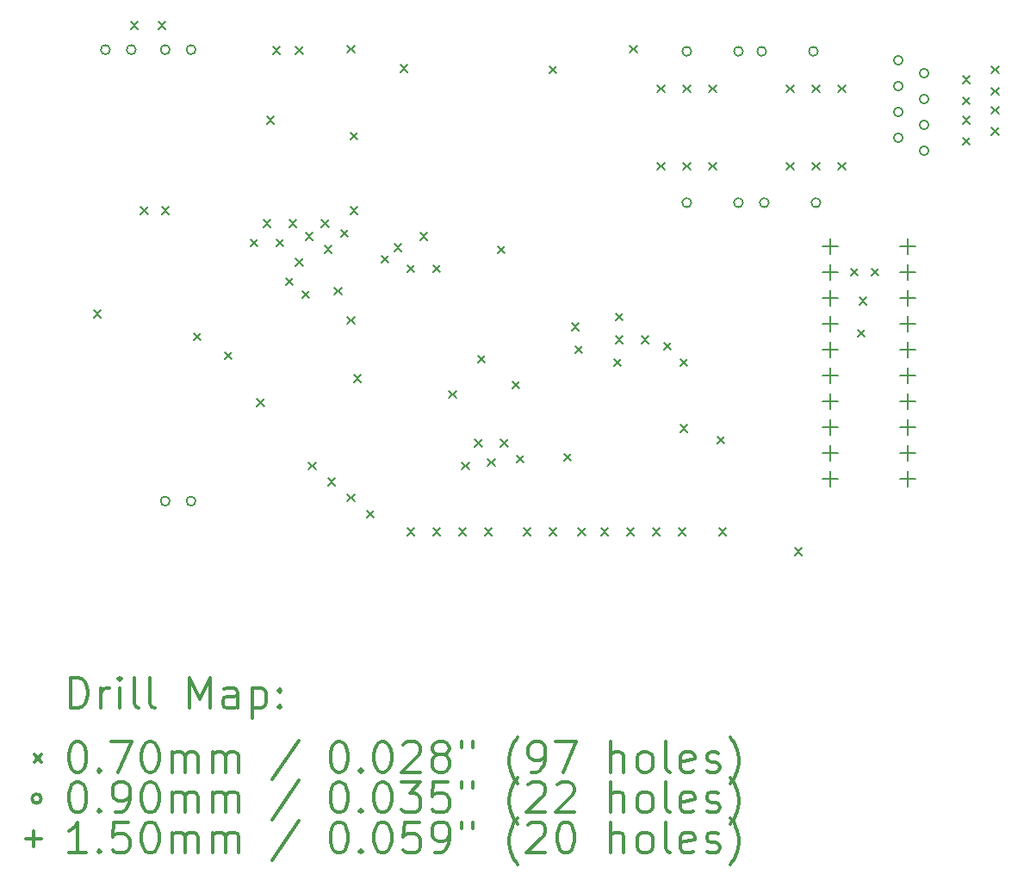
<source format=gbr>
%FSLAX45Y45*%
G04 Gerber Fmt 4.5, Leading zero omitted, Abs format (unit mm)*
G04 Created by KiCad (PCBNEW 5.1.8-4.fc33) date 2021-01-03 23:47:01*
%MOMM*%
%LPD*%
G01*
G04 APERTURE LIST*
%ADD10C,0.200000*%
%ADD11C,0.300000*%
G04 APERTURE END LIST*
D10*
X10457360Y-10265050D02*
X10527360Y-10335050D01*
X10527360Y-10265050D02*
X10457360Y-10335050D01*
X10821800Y-7429790D02*
X10891800Y-7499790D01*
X10891800Y-7429790D02*
X10821800Y-7499790D01*
X10917740Y-9249060D02*
X10987740Y-9319060D01*
X10987740Y-9249060D02*
X10917740Y-9319060D01*
X11093040Y-7429790D02*
X11163040Y-7499790D01*
X11163040Y-7429790D02*
X11093040Y-7499790D01*
X11124110Y-9249060D02*
X11194110Y-9319060D01*
X11194110Y-9249060D02*
X11124110Y-9319060D01*
X11441610Y-10487320D02*
X11511610Y-10557320D01*
X11511610Y-10487320D02*
X11441610Y-10557320D01*
X11743240Y-10677800D02*
X11813240Y-10747800D01*
X11813240Y-10677800D02*
X11743240Y-10747800D01*
X11997240Y-9566560D02*
X12067240Y-9636560D01*
X12067240Y-9566560D02*
X11997240Y-9636560D01*
X12060740Y-11138180D02*
X12130740Y-11208180D01*
X12130740Y-11138180D02*
X12060740Y-11208180D01*
X12124230Y-9376060D02*
X12194230Y-9446060D01*
X12194230Y-9376060D02*
X12124230Y-9446060D01*
X12155990Y-8360060D02*
X12225990Y-8430060D01*
X12225990Y-8360060D02*
X12155990Y-8430060D01*
X12219490Y-7674260D02*
X12289490Y-7744260D01*
X12289490Y-7674260D02*
X12219490Y-7744260D01*
X12251240Y-9566560D02*
X12321240Y-9636560D01*
X12321240Y-9566560D02*
X12251240Y-9636560D01*
X12346490Y-9947560D02*
X12416490Y-10017560D01*
X12416490Y-9947560D02*
X12346490Y-10017560D01*
X12378240Y-9376060D02*
X12448240Y-9446060D01*
X12448240Y-9376060D02*
X12378240Y-9446060D01*
X12441740Y-7674260D02*
X12511740Y-7744260D01*
X12511740Y-7674260D02*
X12441740Y-7744260D01*
X12441740Y-9757060D02*
X12511740Y-9827060D01*
X12511740Y-9757060D02*
X12441740Y-9827060D01*
X12505240Y-10074560D02*
X12575240Y-10144560D01*
X12575240Y-10074560D02*
X12505240Y-10144560D01*
X12536990Y-9503060D02*
X12606990Y-9573060D01*
X12606990Y-9503060D02*
X12536990Y-9573060D01*
X12568740Y-11757310D02*
X12638740Y-11827310D01*
X12638740Y-11757310D02*
X12568740Y-11827310D01*
X12695740Y-9376060D02*
X12765740Y-9446060D01*
X12765740Y-9376060D02*
X12695740Y-9446060D01*
X12727480Y-9630060D02*
X12797480Y-9700060D01*
X12797480Y-9630060D02*
X12727480Y-9700060D01*
X12759240Y-11916060D02*
X12829240Y-11986060D01*
X12829240Y-11916060D02*
X12759240Y-11986060D01*
X12822740Y-10042810D02*
X12892740Y-10112810D01*
X12892740Y-10042810D02*
X12822740Y-10112810D01*
X12886240Y-9471310D02*
X12956240Y-9541310D01*
X12956240Y-9471310D02*
X12886240Y-9541310D01*
X12949740Y-7664730D02*
X13019740Y-7734730D01*
X13019740Y-7664730D02*
X12949740Y-7734730D01*
X12949740Y-10328560D02*
X13019740Y-10398560D01*
X13019740Y-10328560D02*
X12949740Y-10398560D01*
X12949740Y-12074810D02*
X13019740Y-12144810D01*
X13019740Y-12074810D02*
X12949740Y-12144810D01*
X12981490Y-8518810D02*
X13051490Y-8588810D01*
X13051490Y-8518810D02*
X12981490Y-8588810D01*
X12981490Y-9249060D02*
X13051490Y-9319060D01*
X13051490Y-9249060D02*
X12981490Y-9319060D01*
X13013240Y-10900060D02*
X13083240Y-10970060D01*
X13083240Y-10900060D02*
X13013240Y-10970060D01*
X13140240Y-12233560D02*
X13210240Y-12303560D01*
X13210240Y-12233560D02*
X13140240Y-12303560D01*
X13283110Y-9725310D02*
X13353110Y-9795310D01*
X13353110Y-9725310D02*
X13283110Y-9795310D01*
X13410110Y-9614180D02*
X13480110Y-9684180D01*
X13480110Y-9614180D02*
X13410110Y-9684180D01*
X13473610Y-7852060D02*
X13543610Y-7922060D01*
X13543610Y-7852060D02*
X13473610Y-7922060D01*
X13537110Y-9820560D02*
X13607110Y-9890560D01*
X13607110Y-9820560D02*
X13537110Y-9890560D01*
X13537110Y-12408190D02*
X13607110Y-12478190D01*
X13607110Y-12408190D02*
X13537110Y-12478190D01*
X13664110Y-9503060D02*
X13734110Y-9573060D01*
X13734110Y-9503060D02*
X13664110Y-9573060D01*
X13791110Y-9820560D02*
X13861110Y-9890560D01*
X13861110Y-9820560D02*
X13791110Y-9890560D01*
X13791110Y-12408190D02*
X13861110Y-12478190D01*
X13861110Y-12408190D02*
X13791110Y-12478190D01*
X13949860Y-11058810D02*
X14019860Y-11128810D01*
X14019860Y-11058810D02*
X13949860Y-11128810D01*
X14045110Y-12408190D02*
X14115110Y-12478190D01*
X14115110Y-12408190D02*
X14045110Y-12478190D01*
X14076860Y-11757310D02*
X14146860Y-11827310D01*
X14146860Y-11757310D02*
X14076860Y-11827310D01*
X14203860Y-11535060D02*
X14273860Y-11605060D01*
X14273860Y-11535060D02*
X14203860Y-11605060D01*
X14235610Y-10709550D02*
X14305610Y-10779550D01*
X14305610Y-10709550D02*
X14235610Y-10779550D01*
X14299110Y-12408190D02*
X14369110Y-12478190D01*
X14369110Y-12408190D02*
X14299110Y-12478190D01*
X14330860Y-11725560D02*
X14400860Y-11795560D01*
X14400860Y-11725560D02*
X14330860Y-11795560D01*
X14426110Y-9636400D02*
X14496110Y-9706400D01*
X14496110Y-9636400D02*
X14426110Y-9706400D01*
X14457860Y-11535060D02*
X14527860Y-11605060D01*
X14527860Y-11535060D02*
X14457860Y-11605060D01*
X14568990Y-10963570D02*
X14638990Y-11033570D01*
X14638990Y-10963570D02*
X14568990Y-11033570D01*
X14616610Y-11693810D02*
X14686610Y-11763810D01*
X14686610Y-11693810D02*
X14616610Y-11763810D01*
X14680110Y-12408190D02*
X14750110Y-12478190D01*
X14750110Y-12408190D02*
X14680110Y-12478190D01*
X14934100Y-12408190D02*
X15004100Y-12478190D01*
X15004100Y-12408190D02*
X14934100Y-12478190D01*
X14934110Y-7864760D02*
X15004110Y-7934760D01*
X15004110Y-7864760D02*
X14934110Y-7934760D01*
X15076990Y-11674760D02*
X15146990Y-11744760D01*
X15146990Y-11674760D02*
X15076990Y-11744760D01*
X15156360Y-10392060D02*
X15226360Y-10462060D01*
X15226360Y-10392060D02*
X15156360Y-10462060D01*
X15188120Y-10614310D02*
X15258120Y-10684310D01*
X15258120Y-10614310D02*
X15188120Y-10684310D01*
X15219860Y-12408190D02*
X15289860Y-12478190D01*
X15289860Y-12408190D02*
X15219860Y-12478190D01*
X15442120Y-12408190D02*
X15512120Y-12478190D01*
X15512120Y-12408190D02*
X15442120Y-12478190D01*
X15569120Y-10741310D02*
X15639120Y-10811310D01*
X15639120Y-10741310D02*
X15569120Y-10811310D01*
X15584990Y-10296810D02*
X15654990Y-10366810D01*
X15654990Y-10296810D02*
X15584990Y-10366810D01*
X15584990Y-10519060D02*
X15654990Y-10589060D01*
X15654990Y-10519060D02*
X15584990Y-10589060D01*
X15696120Y-12408180D02*
X15766120Y-12478180D01*
X15766120Y-12408180D02*
X15696120Y-12478180D01*
X15727860Y-7664730D02*
X15797860Y-7734730D01*
X15797860Y-7664730D02*
X15727860Y-7734730D01*
X15838990Y-10519060D02*
X15908990Y-10589060D01*
X15908990Y-10519060D02*
X15838990Y-10589060D01*
X15950120Y-12408180D02*
X16020120Y-12478180D01*
X16020120Y-12408180D02*
X15950120Y-12478180D01*
X16061240Y-10582560D02*
X16131240Y-10652560D01*
X16131240Y-10582560D02*
X16061240Y-10652560D01*
X16204120Y-12408180D02*
X16274120Y-12478180D01*
X16274120Y-12408180D02*
X16204120Y-12478180D01*
X16219990Y-10741310D02*
X16289990Y-10811310D01*
X16289990Y-10741310D02*
X16219990Y-10811310D01*
X16219990Y-11392180D02*
X16289990Y-11462180D01*
X16289990Y-11392180D02*
X16219990Y-11462180D01*
X16585110Y-11503310D02*
X16655110Y-11573310D01*
X16655110Y-11503310D02*
X16585110Y-11573310D01*
X16600980Y-12408180D02*
X16670980Y-12478180D01*
X16670980Y-12408180D02*
X16600980Y-12478180D01*
X17347110Y-12601860D02*
X17417110Y-12671860D01*
X17417110Y-12601860D02*
X17347110Y-12671860D01*
X17899560Y-9852310D02*
X17969560Y-9922310D01*
X17969560Y-9852310D02*
X17899560Y-9922310D01*
X17966240Y-10455560D02*
X18036240Y-10525560D01*
X18036240Y-10455560D02*
X17966240Y-10525560D01*
X17982110Y-10138060D02*
X18052110Y-10208060D01*
X18052110Y-10138060D02*
X17982110Y-10208060D01*
X18102760Y-9852310D02*
X18172760Y-9922310D01*
X18172760Y-9852310D02*
X18102760Y-9922310D01*
X18998110Y-7963190D02*
X19068110Y-8033190D01*
X19068110Y-7963190D02*
X18998110Y-8033190D01*
X18998110Y-8169560D02*
X19068110Y-8239560D01*
X19068110Y-8169560D02*
X18998110Y-8239560D01*
X18998110Y-8360060D02*
X19068110Y-8430060D01*
X19068110Y-8360060D02*
X18998110Y-8430060D01*
X18998110Y-8566440D02*
X19068110Y-8636440D01*
X19068110Y-8566440D02*
X18998110Y-8636440D01*
X19283860Y-7867940D02*
X19353860Y-7937940D01*
X19353860Y-7867940D02*
X19283860Y-7937940D01*
X19283860Y-8074310D02*
X19353860Y-8144310D01*
X19353860Y-8074310D02*
X19283860Y-8144310D01*
X19283860Y-8264810D02*
X19353860Y-8334810D01*
X19353860Y-8264810D02*
X19283860Y-8334810D01*
X19283860Y-8471190D02*
X19353860Y-8541190D01*
X19353860Y-8471190D02*
X19283860Y-8541190D01*
X15997730Y-8048910D02*
X16067730Y-8118910D01*
X16067730Y-8048910D02*
X15997730Y-8118910D01*
X15997730Y-8810910D02*
X16067730Y-8880910D01*
X16067730Y-8810910D02*
X15997730Y-8880910D01*
X16251730Y-8048910D02*
X16321730Y-8118910D01*
X16321730Y-8048910D02*
X16251730Y-8118910D01*
X16251730Y-8810910D02*
X16321730Y-8880910D01*
X16321730Y-8810910D02*
X16251730Y-8880910D01*
X16505730Y-8048910D02*
X16575730Y-8118910D01*
X16575730Y-8048910D02*
X16505730Y-8118910D01*
X16505730Y-8810910D02*
X16575730Y-8880910D01*
X16575730Y-8810910D02*
X16505730Y-8880910D01*
X17267730Y-8048910D02*
X17337730Y-8118910D01*
X17337730Y-8048910D02*
X17267730Y-8118910D01*
X17267730Y-8810910D02*
X17337730Y-8880910D01*
X17337730Y-8810910D02*
X17267730Y-8880910D01*
X17521730Y-8048910D02*
X17591730Y-8118910D01*
X17591730Y-8048910D02*
X17521730Y-8118910D01*
X17521730Y-8810910D02*
X17591730Y-8880910D01*
X17591730Y-8810910D02*
X17521730Y-8880910D01*
X17775730Y-8048910D02*
X17845730Y-8118910D01*
X17845730Y-8048910D02*
X17775730Y-8118910D01*
X17775730Y-8810910D02*
X17845730Y-8880910D01*
X17845730Y-8810910D02*
X17775730Y-8880910D01*
X10616750Y-7702920D02*
G75*
G03*
X10616750Y-7702920I-45000J0D01*
G01*
X10870750Y-7702920D02*
G75*
G03*
X10870750Y-7702920I-45000J0D01*
G01*
X18411350Y-7807690D02*
G75*
G03*
X18411350Y-7807690I-45000J0D01*
G01*
X18411350Y-8061690D02*
G75*
G03*
X18411350Y-8061690I-45000J0D01*
G01*
X18411350Y-8315690D02*
G75*
G03*
X18411350Y-8315690I-45000J0D01*
G01*
X18411350Y-8569690D02*
G75*
G03*
X18411350Y-8569690I-45000J0D01*
G01*
X18665350Y-7934690D02*
G75*
G03*
X18665350Y-7934690I-45000J0D01*
G01*
X18665350Y-8188690D02*
G75*
G03*
X18665350Y-8188690I-45000J0D01*
G01*
X18665350Y-8442690D02*
G75*
G03*
X18665350Y-8442690I-45000J0D01*
G01*
X18665350Y-8696690D02*
G75*
G03*
X18665350Y-8696690I-45000J0D01*
G01*
X11204110Y-12141560D02*
G75*
G03*
X11204110Y-12141560I-45000J0D01*
G01*
X11458110Y-12141560D02*
G75*
G03*
X11458110Y-12141560I-45000J0D01*
G01*
X16331740Y-7718780D02*
G75*
G03*
X16331740Y-7718780I-45000J0D01*
G01*
X16839740Y-7718780D02*
G75*
G03*
X16839740Y-7718780I-45000J0D01*
G01*
X17093730Y-9207860D02*
G75*
G03*
X17093730Y-9207860I-45000J0D01*
G01*
X17601730Y-9207860D02*
G75*
G03*
X17601730Y-9207860I-45000J0D01*
G01*
X11204110Y-7702910D02*
G75*
G03*
X11204110Y-7702910I-45000J0D01*
G01*
X11458110Y-7702910D02*
G75*
G03*
X11458110Y-7702910I-45000J0D01*
G01*
X16331740Y-9207860D02*
G75*
G03*
X16331740Y-9207860I-45000J0D01*
G01*
X16839740Y-9207860D02*
G75*
G03*
X16839740Y-9207860I-45000J0D01*
G01*
X17068350Y-7718780D02*
G75*
G03*
X17068350Y-7718780I-45000J0D01*
G01*
X17576350Y-7718780D02*
G75*
G03*
X17576350Y-7718780I-45000J0D01*
G01*
X17699610Y-9558310D02*
X17699610Y-9708310D01*
X17624610Y-9633310D02*
X17774610Y-9633310D01*
X17699610Y-9812310D02*
X17699610Y-9962310D01*
X17624610Y-9887310D02*
X17774610Y-9887310D01*
X17699610Y-10066310D02*
X17699610Y-10216310D01*
X17624610Y-10141310D02*
X17774610Y-10141310D01*
X17699610Y-10320310D02*
X17699610Y-10470310D01*
X17624610Y-10395310D02*
X17774610Y-10395310D01*
X17699610Y-10574310D02*
X17699610Y-10724310D01*
X17624610Y-10649310D02*
X17774610Y-10649310D01*
X17699610Y-10828310D02*
X17699610Y-10978310D01*
X17624610Y-10903310D02*
X17774610Y-10903310D01*
X17699610Y-11082310D02*
X17699610Y-11232310D01*
X17624610Y-11157310D02*
X17774610Y-11157310D01*
X17699610Y-11336310D02*
X17699610Y-11486310D01*
X17624610Y-11411310D02*
X17774610Y-11411310D01*
X17699610Y-11590310D02*
X17699610Y-11740310D01*
X17624610Y-11665310D02*
X17774610Y-11665310D01*
X17699610Y-11844310D02*
X17699610Y-11994310D01*
X17624610Y-11919310D02*
X17774610Y-11919310D01*
X18461610Y-9558310D02*
X18461610Y-9708310D01*
X18386610Y-9633310D02*
X18536610Y-9633310D01*
X18461610Y-9812310D02*
X18461610Y-9962310D01*
X18386610Y-9887310D02*
X18536610Y-9887310D01*
X18461610Y-10066310D02*
X18461610Y-10216310D01*
X18386610Y-10141310D02*
X18536610Y-10141310D01*
X18461610Y-10320310D02*
X18461610Y-10470310D01*
X18386610Y-10395310D02*
X18536610Y-10395310D01*
X18461610Y-10574310D02*
X18461610Y-10724310D01*
X18386610Y-10649310D02*
X18536610Y-10649310D01*
X18461610Y-10828310D02*
X18461610Y-10978310D01*
X18386610Y-10903310D02*
X18536610Y-10903310D01*
X18461610Y-11082310D02*
X18461610Y-11232310D01*
X18386610Y-11157310D02*
X18536610Y-11157310D01*
X18461610Y-11336310D02*
X18461610Y-11486310D01*
X18386610Y-11411310D02*
X18536610Y-11411310D01*
X18461610Y-11590310D02*
X18461610Y-11740310D01*
X18386610Y-11665310D02*
X18536610Y-11665310D01*
X18461610Y-11844310D02*
X18461610Y-11994310D01*
X18386610Y-11919310D02*
X18536610Y-11919310D01*
D11*
X10226378Y-14176234D02*
X10226378Y-13876234D01*
X10297807Y-13876234D01*
X10340664Y-13890520D01*
X10369236Y-13919091D01*
X10383521Y-13947663D01*
X10397807Y-14004806D01*
X10397807Y-14047663D01*
X10383521Y-14104806D01*
X10369236Y-14133377D01*
X10340664Y-14161949D01*
X10297807Y-14176234D01*
X10226378Y-14176234D01*
X10526378Y-14176234D02*
X10526378Y-13976234D01*
X10526378Y-14033377D02*
X10540664Y-14004806D01*
X10554950Y-13990520D01*
X10583521Y-13976234D01*
X10612093Y-13976234D01*
X10712093Y-14176234D02*
X10712093Y-13976234D01*
X10712093Y-13876234D02*
X10697807Y-13890520D01*
X10712093Y-13904806D01*
X10726378Y-13890520D01*
X10712093Y-13876234D01*
X10712093Y-13904806D01*
X10897807Y-14176234D02*
X10869236Y-14161949D01*
X10854950Y-14133377D01*
X10854950Y-13876234D01*
X11054950Y-14176234D02*
X11026378Y-14161949D01*
X11012093Y-14133377D01*
X11012093Y-13876234D01*
X11397807Y-14176234D02*
X11397807Y-13876234D01*
X11497807Y-14090520D01*
X11597807Y-13876234D01*
X11597807Y-14176234D01*
X11869236Y-14176234D02*
X11869236Y-14019091D01*
X11854950Y-13990520D01*
X11826378Y-13976234D01*
X11769236Y-13976234D01*
X11740664Y-13990520D01*
X11869236Y-14161949D02*
X11840664Y-14176234D01*
X11769236Y-14176234D01*
X11740664Y-14161949D01*
X11726378Y-14133377D01*
X11726378Y-14104806D01*
X11740664Y-14076234D01*
X11769236Y-14061949D01*
X11840664Y-14061949D01*
X11869236Y-14047663D01*
X12012093Y-13976234D02*
X12012093Y-14276234D01*
X12012093Y-13990520D02*
X12040664Y-13976234D01*
X12097807Y-13976234D01*
X12126378Y-13990520D01*
X12140664Y-14004806D01*
X12154950Y-14033377D01*
X12154950Y-14119091D01*
X12140664Y-14147663D01*
X12126378Y-14161949D01*
X12097807Y-14176234D01*
X12040664Y-14176234D01*
X12012093Y-14161949D01*
X12283521Y-14147663D02*
X12297807Y-14161949D01*
X12283521Y-14176234D01*
X12269236Y-14161949D01*
X12283521Y-14147663D01*
X12283521Y-14176234D01*
X12283521Y-13990520D02*
X12297807Y-14004806D01*
X12283521Y-14019091D01*
X12269236Y-14004806D01*
X12283521Y-13990520D01*
X12283521Y-14019091D01*
X9869950Y-14635520D02*
X9939950Y-14705520D01*
X9939950Y-14635520D02*
X9869950Y-14705520D01*
X10283521Y-14506234D02*
X10312093Y-14506234D01*
X10340664Y-14520520D01*
X10354950Y-14534806D01*
X10369236Y-14563377D01*
X10383521Y-14620520D01*
X10383521Y-14691949D01*
X10369236Y-14749091D01*
X10354950Y-14777663D01*
X10340664Y-14791949D01*
X10312093Y-14806234D01*
X10283521Y-14806234D01*
X10254950Y-14791949D01*
X10240664Y-14777663D01*
X10226378Y-14749091D01*
X10212093Y-14691949D01*
X10212093Y-14620520D01*
X10226378Y-14563377D01*
X10240664Y-14534806D01*
X10254950Y-14520520D01*
X10283521Y-14506234D01*
X10512093Y-14777663D02*
X10526378Y-14791949D01*
X10512093Y-14806234D01*
X10497807Y-14791949D01*
X10512093Y-14777663D01*
X10512093Y-14806234D01*
X10626378Y-14506234D02*
X10826378Y-14506234D01*
X10697807Y-14806234D01*
X10997807Y-14506234D02*
X11026378Y-14506234D01*
X11054950Y-14520520D01*
X11069236Y-14534806D01*
X11083521Y-14563377D01*
X11097807Y-14620520D01*
X11097807Y-14691949D01*
X11083521Y-14749091D01*
X11069236Y-14777663D01*
X11054950Y-14791949D01*
X11026378Y-14806234D01*
X10997807Y-14806234D01*
X10969236Y-14791949D01*
X10954950Y-14777663D01*
X10940664Y-14749091D01*
X10926378Y-14691949D01*
X10926378Y-14620520D01*
X10940664Y-14563377D01*
X10954950Y-14534806D01*
X10969236Y-14520520D01*
X10997807Y-14506234D01*
X11226378Y-14806234D02*
X11226378Y-14606234D01*
X11226378Y-14634806D02*
X11240664Y-14620520D01*
X11269236Y-14606234D01*
X11312093Y-14606234D01*
X11340664Y-14620520D01*
X11354950Y-14649091D01*
X11354950Y-14806234D01*
X11354950Y-14649091D02*
X11369236Y-14620520D01*
X11397807Y-14606234D01*
X11440664Y-14606234D01*
X11469236Y-14620520D01*
X11483521Y-14649091D01*
X11483521Y-14806234D01*
X11626378Y-14806234D02*
X11626378Y-14606234D01*
X11626378Y-14634806D02*
X11640664Y-14620520D01*
X11669236Y-14606234D01*
X11712093Y-14606234D01*
X11740664Y-14620520D01*
X11754950Y-14649091D01*
X11754950Y-14806234D01*
X11754950Y-14649091D02*
X11769236Y-14620520D01*
X11797807Y-14606234D01*
X11840664Y-14606234D01*
X11869236Y-14620520D01*
X11883521Y-14649091D01*
X11883521Y-14806234D01*
X12469236Y-14491949D02*
X12212093Y-14877663D01*
X12854950Y-14506234D02*
X12883521Y-14506234D01*
X12912093Y-14520520D01*
X12926378Y-14534806D01*
X12940664Y-14563377D01*
X12954950Y-14620520D01*
X12954950Y-14691949D01*
X12940664Y-14749091D01*
X12926378Y-14777663D01*
X12912093Y-14791949D01*
X12883521Y-14806234D01*
X12854950Y-14806234D01*
X12826378Y-14791949D01*
X12812093Y-14777663D01*
X12797807Y-14749091D01*
X12783521Y-14691949D01*
X12783521Y-14620520D01*
X12797807Y-14563377D01*
X12812093Y-14534806D01*
X12826378Y-14520520D01*
X12854950Y-14506234D01*
X13083521Y-14777663D02*
X13097807Y-14791949D01*
X13083521Y-14806234D01*
X13069236Y-14791949D01*
X13083521Y-14777663D01*
X13083521Y-14806234D01*
X13283521Y-14506234D02*
X13312093Y-14506234D01*
X13340664Y-14520520D01*
X13354950Y-14534806D01*
X13369236Y-14563377D01*
X13383521Y-14620520D01*
X13383521Y-14691949D01*
X13369236Y-14749091D01*
X13354950Y-14777663D01*
X13340664Y-14791949D01*
X13312093Y-14806234D01*
X13283521Y-14806234D01*
X13254950Y-14791949D01*
X13240664Y-14777663D01*
X13226378Y-14749091D01*
X13212093Y-14691949D01*
X13212093Y-14620520D01*
X13226378Y-14563377D01*
X13240664Y-14534806D01*
X13254950Y-14520520D01*
X13283521Y-14506234D01*
X13497807Y-14534806D02*
X13512093Y-14520520D01*
X13540664Y-14506234D01*
X13612093Y-14506234D01*
X13640664Y-14520520D01*
X13654950Y-14534806D01*
X13669236Y-14563377D01*
X13669236Y-14591949D01*
X13654950Y-14634806D01*
X13483521Y-14806234D01*
X13669236Y-14806234D01*
X13840664Y-14634806D02*
X13812093Y-14620520D01*
X13797807Y-14606234D01*
X13783521Y-14577663D01*
X13783521Y-14563377D01*
X13797807Y-14534806D01*
X13812093Y-14520520D01*
X13840664Y-14506234D01*
X13897807Y-14506234D01*
X13926378Y-14520520D01*
X13940664Y-14534806D01*
X13954950Y-14563377D01*
X13954950Y-14577663D01*
X13940664Y-14606234D01*
X13926378Y-14620520D01*
X13897807Y-14634806D01*
X13840664Y-14634806D01*
X13812093Y-14649091D01*
X13797807Y-14663377D01*
X13783521Y-14691949D01*
X13783521Y-14749091D01*
X13797807Y-14777663D01*
X13812093Y-14791949D01*
X13840664Y-14806234D01*
X13897807Y-14806234D01*
X13926378Y-14791949D01*
X13940664Y-14777663D01*
X13954950Y-14749091D01*
X13954950Y-14691949D01*
X13940664Y-14663377D01*
X13926378Y-14649091D01*
X13897807Y-14634806D01*
X14069236Y-14506234D02*
X14069236Y-14563377D01*
X14183521Y-14506234D02*
X14183521Y-14563377D01*
X14626378Y-14920520D02*
X14612093Y-14906234D01*
X14583521Y-14863377D01*
X14569236Y-14834806D01*
X14554950Y-14791949D01*
X14540664Y-14720520D01*
X14540664Y-14663377D01*
X14554950Y-14591949D01*
X14569236Y-14549091D01*
X14583521Y-14520520D01*
X14612093Y-14477663D01*
X14626378Y-14463377D01*
X14754950Y-14806234D02*
X14812093Y-14806234D01*
X14840664Y-14791949D01*
X14854950Y-14777663D01*
X14883521Y-14734806D01*
X14897807Y-14677663D01*
X14897807Y-14563377D01*
X14883521Y-14534806D01*
X14869236Y-14520520D01*
X14840664Y-14506234D01*
X14783521Y-14506234D01*
X14754950Y-14520520D01*
X14740664Y-14534806D01*
X14726378Y-14563377D01*
X14726378Y-14634806D01*
X14740664Y-14663377D01*
X14754950Y-14677663D01*
X14783521Y-14691949D01*
X14840664Y-14691949D01*
X14869236Y-14677663D01*
X14883521Y-14663377D01*
X14897807Y-14634806D01*
X14997807Y-14506234D02*
X15197807Y-14506234D01*
X15069236Y-14806234D01*
X15540664Y-14806234D02*
X15540664Y-14506234D01*
X15669236Y-14806234D02*
X15669236Y-14649091D01*
X15654950Y-14620520D01*
X15626378Y-14606234D01*
X15583521Y-14606234D01*
X15554950Y-14620520D01*
X15540664Y-14634806D01*
X15854950Y-14806234D02*
X15826378Y-14791949D01*
X15812093Y-14777663D01*
X15797807Y-14749091D01*
X15797807Y-14663377D01*
X15812093Y-14634806D01*
X15826378Y-14620520D01*
X15854950Y-14606234D01*
X15897807Y-14606234D01*
X15926378Y-14620520D01*
X15940664Y-14634806D01*
X15954950Y-14663377D01*
X15954950Y-14749091D01*
X15940664Y-14777663D01*
X15926378Y-14791949D01*
X15897807Y-14806234D01*
X15854950Y-14806234D01*
X16126378Y-14806234D02*
X16097807Y-14791949D01*
X16083521Y-14763377D01*
X16083521Y-14506234D01*
X16354950Y-14791949D02*
X16326378Y-14806234D01*
X16269236Y-14806234D01*
X16240664Y-14791949D01*
X16226378Y-14763377D01*
X16226378Y-14649091D01*
X16240664Y-14620520D01*
X16269236Y-14606234D01*
X16326378Y-14606234D01*
X16354950Y-14620520D01*
X16369236Y-14649091D01*
X16369236Y-14677663D01*
X16226378Y-14706234D01*
X16483521Y-14791949D02*
X16512093Y-14806234D01*
X16569236Y-14806234D01*
X16597807Y-14791949D01*
X16612093Y-14763377D01*
X16612093Y-14749091D01*
X16597807Y-14720520D01*
X16569236Y-14706234D01*
X16526378Y-14706234D01*
X16497807Y-14691949D01*
X16483521Y-14663377D01*
X16483521Y-14649091D01*
X16497807Y-14620520D01*
X16526378Y-14606234D01*
X16569236Y-14606234D01*
X16597807Y-14620520D01*
X16712093Y-14920520D02*
X16726378Y-14906234D01*
X16754950Y-14863377D01*
X16769236Y-14834806D01*
X16783521Y-14791949D01*
X16797807Y-14720520D01*
X16797807Y-14663377D01*
X16783521Y-14591949D01*
X16769236Y-14549091D01*
X16754950Y-14520520D01*
X16726378Y-14477663D01*
X16712093Y-14463377D01*
X9939950Y-15066520D02*
G75*
G03*
X9939950Y-15066520I-45000J0D01*
G01*
X10283521Y-14902234D02*
X10312093Y-14902234D01*
X10340664Y-14916520D01*
X10354950Y-14930806D01*
X10369236Y-14959377D01*
X10383521Y-15016520D01*
X10383521Y-15087949D01*
X10369236Y-15145091D01*
X10354950Y-15173663D01*
X10340664Y-15187949D01*
X10312093Y-15202234D01*
X10283521Y-15202234D01*
X10254950Y-15187949D01*
X10240664Y-15173663D01*
X10226378Y-15145091D01*
X10212093Y-15087949D01*
X10212093Y-15016520D01*
X10226378Y-14959377D01*
X10240664Y-14930806D01*
X10254950Y-14916520D01*
X10283521Y-14902234D01*
X10512093Y-15173663D02*
X10526378Y-15187949D01*
X10512093Y-15202234D01*
X10497807Y-15187949D01*
X10512093Y-15173663D01*
X10512093Y-15202234D01*
X10669236Y-15202234D02*
X10726378Y-15202234D01*
X10754950Y-15187949D01*
X10769236Y-15173663D01*
X10797807Y-15130806D01*
X10812093Y-15073663D01*
X10812093Y-14959377D01*
X10797807Y-14930806D01*
X10783521Y-14916520D01*
X10754950Y-14902234D01*
X10697807Y-14902234D01*
X10669236Y-14916520D01*
X10654950Y-14930806D01*
X10640664Y-14959377D01*
X10640664Y-15030806D01*
X10654950Y-15059377D01*
X10669236Y-15073663D01*
X10697807Y-15087949D01*
X10754950Y-15087949D01*
X10783521Y-15073663D01*
X10797807Y-15059377D01*
X10812093Y-15030806D01*
X10997807Y-14902234D02*
X11026378Y-14902234D01*
X11054950Y-14916520D01*
X11069236Y-14930806D01*
X11083521Y-14959377D01*
X11097807Y-15016520D01*
X11097807Y-15087949D01*
X11083521Y-15145091D01*
X11069236Y-15173663D01*
X11054950Y-15187949D01*
X11026378Y-15202234D01*
X10997807Y-15202234D01*
X10969236Y-15187949D01*
X10954950Y-15173663D01*
X10940664Y-15145091D01*
X10926378Y-15087949D01*
X10926378Y-15016520D01*
X10940664Y-14959377D01*
X10954950Y-14930806D01*
X10969236Y-14916520D01*
X10997807Y-14902234D01*
X11226378Y-15202234D02*
X11226378Y-15002234D01*
X11226378Y-15030806D02*
X11240664Y-15016520D01*
X11269236Y-15002234D01*
X11312093Y-15002234D01*
X11340664Y-15016520D01*
X11354950Y-15045091D01*
X11354950Y-15202234D01*
X11354950Y-15045091D02*
X11369236Y-15016520D01*
X11397807Y-15002234D01*
X11440664Y-15002234D01*
X11469236Y-15016520D01*
X11483521Y-15045091D01*
X11483521Y-15202234D01*
X11626378Y-15202234D02*
X11626378Y-15002234D01*
X11626378Y-15030806D02*
X11640664Y-15016520D01*
X11669236Y-15002234D01*
X11712093Y-15002234D01*
X11740664Y-15016520D01*
X11754950Y-15045091D01*
X11754950Y-15202234D01*
X11754950Y-15045091D02*
X11769236Y-15016520D01*
X11797807Y-15002234D01*
X11840664Y-15002234D01*
X11869236Y-15016520D01*
X11883521Y-15045091D01*
X11883521Y-15202234D01*
X12469236Y-14887949D02*
X12212093Y-15273663D01*
X12854950Y-14902234D02*
X12883521Y-14902234D01*
X12912093Y-14916520D01*
X12926378Y-14930806D01*
X12940664Y-14959377D01*
X12954950Y-15016520D01*
X12954950Y-15087949D01*
X12940664Y-15145091D01*
X12926378Y-15173663D01*
X12912093Y-15187949D01*
X12883521Y-15202234D01*
X12854950Y-15202234D01*
X12826378Y-15187949D01*
X12812093Y-15173663D01*
X12797807Y-15145091D01*
X12783521Y-15087949D01*
X12783521Y-15016520D01*
X12797807Y-14959377D01*
X12812093Y-14930806D01*
X12826378Y-14916520D01*
X12854950Y-14902234D01*
X13083521Y-15173663D02*
X13097807Y-15187949D01*
X13083521Y-15202234D01*
X13069236Y-15187949D01*
X13083521Y-15173663D01*
X13083521Y-15202234D01*
X13283521Y-14902234D02*
X13312093Y-14902234D01*
X13340664Y-14916520D01*
X13354950Y-14930806D01*
X13369236Y-14959377D01*
X13383521Y-15016520D01*
X13383521Y-15087949D01*
X13369236Y-15145091D01*
X13354950Y-15173663D01*
X13340664Y-15187949D01*
X13312093Y-15202234D01*
X13283521Y-15202234D01*
X13254950Y-15187949D01*
X13240664Y-15173663D01*
X13226378Y-15145091D01*
X13212093Y-15087949D01*
X13212093Y-15016520D01*
X13226378Y-14959377D01*
X13240664Y-14930806D01*
X13254950Y-14916520D01*
X13283521Y-14902234D01*
X13483521Y-14902234D02*
X13669236Y-14902234D01*
X13569236Y-15016520D01*
X13612093Y-15016520D01*
X13640664Y-15030806D01*
X13654950Y-15045091D01*
X13669236Y-15073663D01*
X13669236Y-15145091D01*
X13654950Y-15173663D01*
X13640664Y-15187949D01*
X13612093Y-15202234D01*
X13526378Y-15202234D01*
X13497807Y-15187949D01*
X13483521Y-15173663D01*
X13940664Y-14902234D02*
X13797807Y-14902234D01*
X13783521Y-15045091D01*
X13797807Y-15030806D01*
X13826378Y-15016520D01*
X13897807Y-15016520D01*
X13926378Y-15030806D01*
X13940664Y-15045091D01*
X13954950Y-15073663D01*
X13954950Y-15145091D01*
X13940664Y-15173663D01*
X13926378Y-15187949D01*
X13897807Y-15202234D01*
X13826378Y-15202234D01*
X13797807Y-15187949D01*
X13783521Y-15173663D01*
X14069236Y-14902234D02*
X14069236Y-14959377D01*
X14183521Y-14902234D02*
X14183521Y-14959377D01*
X14626378Y-15316520D02*
X14612093Y-15302234D01*
X14583521Y-15259377D01*
X14569236Y-15230806D01*
X14554950Y-15187949D01*
X14540664Y-15116520D01*
X14540664Y-15059377D01*
X14554950Y-14987949D01*
X14569236Y-14945091D01*
X14583521Y-14916520D01*
X14612093Y-14873663D01*
X14626378Y-14859377D01*
X14726378Y-14930806D02*
X14740664Y-14916520D01*
X14769236Y-14902234D01*
X14840664Y-14902234D01*
X14869236Y-14916520D01*
X14883521Y-14930806D01*
X14897807Y-14959377D01*
X14897807Y-14987949D01*
X14883521Y-15030806D01*
X14712093Y-15202234D01*
X14897807Y-15202234D01*
X15012093Y-14930806D02*
X15026378Y-14916520D01*
X15054950Y-14902234D01*
X15126378Y-14902234D01*
X15154950Y-14916520D01*
X15169236Y-14930806D01*
X15183521Y-14959377D01*
X15183521Y-14987949D01*
X15169236Y-15030806D01*
X14997807Y-15202234D01*
X15183521Y-15202234D01*
X15540664Y-15202234D02*
X15540664Y-14902234D01*
X15669236Y-15202234D02*
X15669236Y-15045091D01*
X15654950Y-15016520D01*
X15626378Y-15002234D01*
X15583521Y-15002234D01*
X15554950Y-15016520D01*
X15540664Y-15030806D01*
X15854950Y-15202234D02*
X15826378Y-15187949D01*
X15812093Y-15173663D01*
X15797807Y-15145091D01*
X15797807Y-15059377D01*
X15812093Y-15030806D01*
X15826378Y-15016520D01*
X15854950Y-15002234D01*
X15897807Y-15002234D01*
X15926378Y-15016520D01*
X15940664Y-15030806D01*
X15954950Y-15059377D01*
X15954950Y-15145091D01*
X15940664Y-15173663D01*
X15926378Y-15187949D01*
X15897807Y-15202234D01*
X15854950Y-15202234D01*
X16126378Y-15202234D02*
X16097807Y-15187949D01*
X16083521Y-15159377D01*
X16083521Y-14902234D01*
X16354950Y-15187949D02*
X16326378Y-15202234D01*
X16269236Y-15202234D01*
X16240664Y-15187949D01*
X16226378Y-15159377D01*
X16226378Y-15045091D01*
X16240664Y-15016520D01*
X16269236Y-15002234D01*
X16326378Y-15002234D01*
X16354950Y-15016520D01*
X16369236Y-15045091D01*
X16369236Y-15073663D01*
X16226378Y-15102234D01*
X16483521Y-15187949D02*
X16512093Y-15202234D01*
X16569236Y-15202234D01*
X16597807Y-15187949D01*
X16612093Y-15159377D01*
X16612093Y-15145091D01*
X16597807Y-15116520D01*
X16569236Y-15102234D01*
X16526378Y-15102234D01*
X16497807Y-15087949D01*
X16483521Y-15059377D01*
X16483521Y-15045091D01*
X16497807Y-15016520D01*
X16526378Y-15002234D01*
X16569236Y-15002234D01*
X16597807Y-15016520D01*
X16712093Y-15316520D02*
X16726378Y-15302234D01*
X16754950Y-15259377D01*
X16769236Y-15230806D01*
X16783521Y-15187949D01*
X16797807Y-15116520D01*
X16797807Y-15059377D01*
X16783521Y-14987949D01*
X16769236Y-14945091D01*
X16754950Y-14916520D01*
X16726378Y-14873663D01*
X16712093Y-14859377D01*
X9864950Y-15387520D02*
X9864950Y-15537520D01*
X9789950Y-15462520D02*
X9939950Y-15462520D01*
X10383521Y-15598234D02*
X10212093Y-15598234D01*
X10297807Y-15598234D02*
X10297807Y-15298234D01*
X10269236Y-15341091D01*
X10240664Y-15369663D01*
X10212093Y-15383949D01*
X10512093Y-15569663D02*
X10526378Y-15583949D01*
X10512093Y-15598234D01*
X10497807Y-15583949D01*
X10512093Y-15569663D01*
X10512093Y-15598234D01*
X10797807Y-15298234D02*
X10654950Y-15298234D01*
X10640664Y-15441091D01*
X10654950Y-15426806D01*
X10683521Y-15412520D01*
X10754950Y-15412520D01*
X10783521Y-15426806D01*
X10797807Y-15441091D01*
X10812093Y-15469663D01*
X10812093Y-15541091D01*
X10797807Y-15569663D01*
X10783521Y-15583949D01*
X10754950Y-15598234D01*
X10683521Y-15598234D01*
X10654950Y-15583949D01*
X10640664Y-15569663D01*
X10997807Y-15298234D02*
X11026378Y-15298234D01*
X11054950Y-15312520D01*
X11069236Y-15326806D01*
X11083521Y-15355377D01*
X11097807Y-15412520D01*
X11097807Y-15483949D01*
X11083521Y-15541091D01*
X11069236Y-15569663D01*
X11054950Y-15583949D01*
X11026378Y-15598234D01*
X10997807Y-15598234D01*
X10969236Y-15583949D01*
X10954950Y-15569663D01*
X10940664Y-15541091D01*
X10926378Y-15483949D01*
X10926378Y-15412520D01*
X10940664Y-15355377D01*
X10954950Y-15326806D01*
X10969236Y-15312520D01*
X10997807Y-15298234D01*
X11226378Y-15598234D02*
X11226378Y-15398234D01*
X11226378Y-15426806D02*
X11240664Y-15412520D01*
X11269236Y-15398234D01*
X11312093Y-15398234D01*
X11340664Y-15412520D01*
X11354950Y-15441091D01*
X11354950Y-15598234D01*
X11354950Y-15441091D02*
X11369236Y-15412520D01*
X11397807Y-15398234D01*
X11440664Y-15398234D01*
X11469236Y-15412520D01*
X11483521Y-15441091D01*
X11483521Y-15598234D01*
X11626378Y-15598234D02*
X11626378Y-15398234D01*
X11626378Y-15426806D02*
X11640664Y-15412520D01*
X11669236Y-15398234D01*
X11712093Y-15398234D01*
X11740664Y-15412520D01*
X11754950Y-15441091D01*
X11754950Y-15598234D01*
X11754950Y-15441091D02*
X11769236Y-15412520D01*
X11797807Y-15398234D01*
X11840664Y-15398234D01*
X11869236Y-15412520D01*
X11883521Y-15441091D01*
X11883521Y-15598234D01*
X12469236Y-15283949D02*
X12212093Y-15669663D01*
X12854950Y-15298234D02*
X12883521Y-15298234D01*
X12912093Y-15312520D01*
X12926378Y-15326806D01*
X12940664Y-15355377D01*
X12954950Y-15412520D01*
X12954950Y-15483949D01*
X12940664Y-15541091D01*
X12926378Y-15569663D01*
X12912093Y-15583949D01*
X12883521Y-15598234D01*
X12854950Y-15598234D01*
X12826378Y-15583949D01*
X12812093Y-15569663D01*
X12797807Y-15541091D01*
X12783521Y-15483949D01*
X12783521Y-15412520D01*
X12797807Y-15355377D01*
X12812093Y-15326806D01*
X12826378Y-15312520D01*
X12854950Y-15298234D01*
X13083521Y-15569663D02*
X13097807Y-15583949D01*
X13083521Y-15598234D01*
X13069236Y-15583949D01*
X13083521Y-15569663D01*
X13083521Y-15598234D01*
X13283521Y-15298234D02*
X13312093Y-15298234D01*
X13340664Y-15312520D01*
X13354950Y-15326806D01*
X13369236Y-15355377D01*
X13383521Y-15412520D01*
X13383521Y-15483949D01*
X13369236Y-15541091D01*
X13354950Y-15569663D01*
X13340664Y-15583949D01*
X13312093Y-15598234D01*
X13283521Y-15598234D01*
X13254950Y-15583949D01*
X13240664Y-15569663D01*
X13226378Y-15541091D01*
X13212093Y-15483949D01*
X13212093Y-15412520D01*
X13226378Y-15355377D01*
X13240664Y-15326806D01*
X13254950Y-15312520D01*
X13283521Y-15298234D01*
X13654950Y-15298234D02*
X13512093Y-15298234D01*
X13497807Y-15441091D01*
X13512093Y-15426806D01*
X13540664Y-15412520D01*
X13612093Y-15412520D01*
X13640664Y-15426806D01*
X13654950Y-15441091D01*
X13669236Y-15469663D01*
X13669236Y-15541091D01*
X13654950Y-15569663D01*
X13640664Y-15583949D01*
X13612093Y-15598234D01*
X13540664Y-15598234D01*
X13512093Y-15583949D01*
X13497807Y-15569663D01*
X13812093Y-15598234D02*
X13869236Y-15598234D01*
X13897807Y-15583949D01*
X13912093Y-15569663D01*
X13940664Y-15526806D01*
X13954950Y-15469663D01*
X13954950Y-15355377D01*
X13940664Y-15326806D01*
X13926378Y-15312520D01*
X13897807Y-15298234D01*
X13840664Y-15298234D01*
X13812093Y-15312520D01*
X13797807Y-15326806D01*
X13783521Y-15355377D01*
X13783521Y-15426806D01*
X13797807Y-15455377D01*
X13812093Y-15469663D01*
X13840664Y-15483949D01*
X13897807Y-15483949D01*
X13926378Y-15469663D01*
X13940664Y-15455377D01*
X13954950Y-15426806D01*
X14069236Y-15298234D02*
X14069236Y-15355377D01*
X14183521Y-15298234D02*
X14183521Y-15355377D01*
X14626378Y-15712520D02*
X14612093Y-15698234D01*
X14583521Y-15655377D01*
X14569236Y-15626806D01*
X14554950Y-15583949D01*
X14540664Y-15512520D01*
X14540664Y-15455377D01*
X14554950Y-15383949D01*
X14569236Y-15341091D01*
X14583521Y-15312520D01*
X14612093Y-15269663D01*
X14626378Y-15255377D01*
X14726378Y-15326806D02*
X14740664Y-15312520D01*
X14769236Y-15298234D01*
X14840664Y-15298234D01*
X14869236Y-15312520D01*
X14883521Y-15326806D01*
X14897807Y-15355377D01*
X14897807Y-15383949D01*
X14883521Y-15426806D01*
X14712093Y-15598234D01*
X14897807Y-15598234D01*
X15083521Y-15298234D02*
X15112093Y-15298234D01*
X15140664Y-15312520D01*
X15154950Y-15326806D01*
X15169236Y-15355377D01*
X15183521Y-15412520D01*
X15183521Y-15483949D01*
X15169236Y-15541091D01*
X15154950Y-15569663D01*
X15140664Y-15583949D01*
X15112093Y-15598234D01*
X15083521Y-15598234D01*
X15054950Y-15583949D01*
X15040664Y-15569663D01*
X15026378Y-15541091D01*
X15012093Y-15483949D01*
X15012093Y-15412520D01*
X15026378Y-15355377D01*
X15040664Y-15326806D01*
X15054950Y-15312520D01*
X15083521Y-15298234D01*
X15540664Y-15598234D02*
X15540664Y-15298234D01*
X15669236Y-15598234D02*
X15669236Y-15441091D01*
X15654950Y-15412520D01*
X15626378Y-15398234D01*
X15583521Y-15398234D01*
X15554950Y-15412520D01*
X15540664Y-15426806D01*
X15854950Y-15598234D02*
X15826378Y-15583949D01*
X15812093Y-15569663D01*
X15797807Y-15541091D01*
X15797807Y-15455377D01*
X15812093Y-15426806D01*
X15826378Y-15412520D01*
X15854950Y-15398234D01*
X15897807Y-15398234D01*
X15926378Y-15412520D01*
X15940664Y-15426806D01*
X15954950Y-15455377D01*
X15954950Y-15541091D01*
X15940664Y-15569663D01*
X15926378Y-15583949D01*
X15897807Y-15598234D01*
X15854950Y-15598234D01*
X16126378Y-15598234D02*
X16097807Y-15583949D01*
X16083521Y-15555377D01*
X16083521Y-15298234D01*
X16354950Y-15583949D02*
X16326378Y-15598234D01*
X16269236Y-15598234D01*
X16240664Y-15583949D01*
X16226378Y-15555377D01*
X16226378Y-15441091D01*
X16240664Y-15412520D01*
X16269236Y-15398234D01*
X16326378Y-15398234D01*
X16354950Y-15412520D01*
X16369236Y-15441091D01*
X16369236Y-15469663D01*
X16226378Y-15498234D01*
X16483521Y-15583949D02*
X16512093Y-15598234D01*
X16569236Y-15598234D01*
X16597807Y-15583949D01*
X16612093Y-15555377D01*
X16612093Y-15541091D01*
X16597807Y-15512520D01*
X16569236Y-15498234D01*
X16526378Y-15498234D01*
X16497807Y-15483949D01*
X16483521Y-15455377D01*
X16483521Y-15441091D01*
X16497807Y-15412520D01*
X16526378Y-15398234D01*
X16569236Y-15398234D01*
X16597807Y-15412520D01*
X16712093Y-15712520D02*
X16726378Y-15698234D01*
X16754950Y-15655377D01*
X16769236Y-15626806D01*
X16783521Y-15583949D01*
X16797807Y-15512520D01*
X16797807Y-15455377D01*
X16783521Y-15383949D01*
X16769236Y-15341091D01*
X16754950Y-15312520D01*
X16726378Y-15269663D01*
X16712093Y-15255377D01*
M02*

</source>
